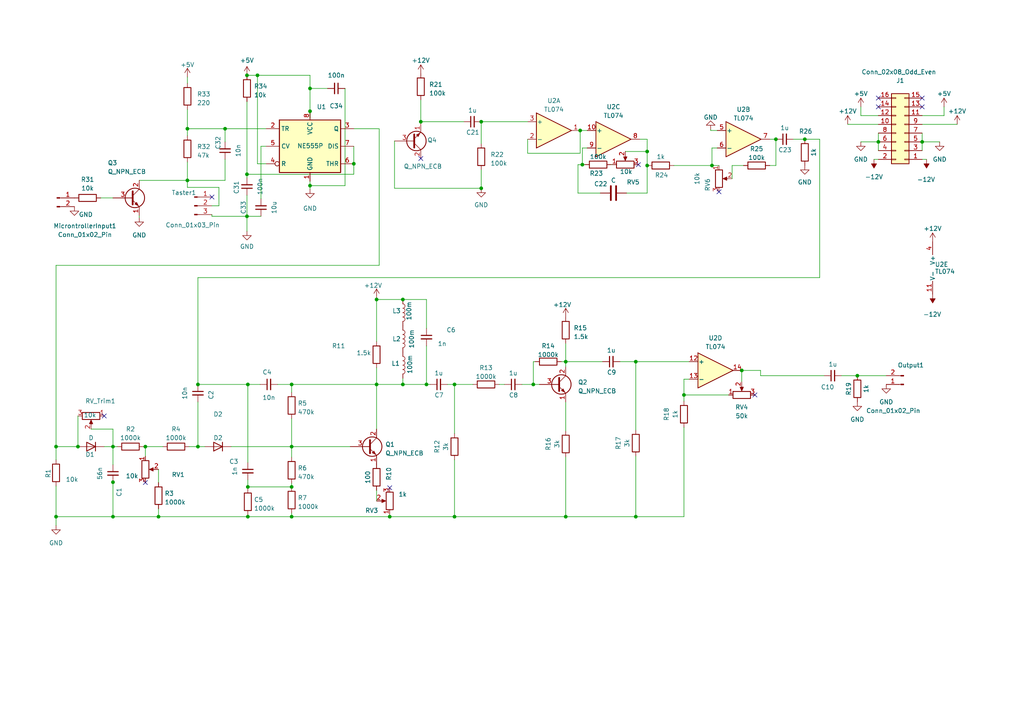
<source format=kicad_sch>
(kicad_sch (version 20230121) (generator eeschema)
  (paper "A4")
  (lib_symbols
    (symbol "Amplifier_Operational:TL074" (pin_names (offset 0.127))
      (property "Reference" "U" (at 0 5.08 0))
      (property "Value" "TL074" (at 0 -5.08 0))
      (symbol "TL074_1_1"
        (polyline (pts (xy -5.08 5.08) (xy 5.08 0) (xy -5.08 -5.08) (xy -5.08 5.08)) (stroke (width 0.254)) (fill (type background)))
        (pin output line (at 7.62 0 180) (length 2.54) (name "~") (number "1"))
        (pin input line (at -7.62 -2.54 0) (length 2.54) (name "-") (number "2"))
        (pin input line (at -7.62 2.54 0) (length 2.54) (name "+") (number "3"))
      )
      (symbol "TL074_2_1"
        (polyline (pts (xy -5.08 5.08) (xy 5.08 0) (xy -5.08 -5.08) (xy -5.08 5.08)) (stroke (width 0.254)) (fill (type background)))
        (pin input line (at -7.62 2.54 0) (length 2.54) (name "+") (number "5"))
        (pin input line (at -7.62 -2.54 0) (length 2.54) (name "-") (number "6"))
        (pin output line (at 7.62 0 180) (length 2.54) (name "~") (number "7"))
      )
      (symbol "TL074_3_1"
        (polyline (pts (xy -5.08 5.08) (xy 5.08 0) (xy -5.08 -5.08) (xy -5.08 5.08)) (stroke (width 0.254)) (fill (type background)))
        (pin input line (at -7.62 2.54 0) (length 2.54) (name "+") (number "10"))
        (pin output line (at 7.62 0 180) (length 2.54) (name "~") (number "8"))
        (pin input line (at -7.62 -2.54 0) (length 2.54) (name "-") (number "9"))
      )
      (symbol "TL074_4_1"
        (polyline (pts (xy -5.08 5.08) (xy 5.08 0) (xy -5.08 -5.08) (xy -5.08 5.08)) (stroke (width 0.254)) (fill (type background)))
        (pin input line (at -7.62 2.54 0) (length 2.54) (name "+") (number "12"))
        (pin input line (at -7.62 -2.54 0) (length 2.54) (name "-") (number "13"))
        (pin output line (at 7.62 0 180) (length 2.54) (name "~") (number "14"))
      )
      (symbol "TL074_5_1"
        (pin power_in line (at -2.54 -7.62 90) (length 3.81) (name "V-") (number "11"))
        (pin power_in line (at -2.54 7.62 270) (length 3.81) (name "V+") (number "4"))
      )
    )
    (symbol "Connector:Conn_01x02_Pin" (pin_names (offset 1.016) hide)
      (property "Reference" "J" (at 0 2.54 0))
      (property "Value" "Conn_01x02_Pin" (at 0 -5.08 0))
      (symbol "Conn_01x02_Pin_1_1"
        (polyline (pts (xy 1.27 -2.54) (xy 0.8636 -2.54)) (stroke (width 0.1524)))
        (polyline (pts (xy 1.27 0) (xy 0.8636 0)) (stroke (width 0.1524)))
        (rectangle (start 0.8636 -2.413) (end 0 -2.667) (stroke (width 0.1524)) (fill (type outline)))
        (rectangle (start 0.8636 0.127) (end 0 -0.127) (stroke (width 0.1524)) (fill (type outline)))
        (pin passive line (at 5.08 0 180) (length 3.81) (name "Pin_1") (number "1"))
        (pin passive line (at 5.08 -2.54 180) (length 3.81) (name "Pin_2") (number "2"))
      )
    )
    (symbol "Connector:Conn_01x03_Pin" (pin_names (offset 1.016) hide)
      (property "Reference" "J" (at 0 5.08 0))
      (property "Value" "Conn_01x03_Pin" (at 0 -5.08 0))
      (symbol "Conn_01x03_Pin_1_1"
        (polyline (pts (xy 1.27 -2.54) (xy 0.8636 -2.54)) (stroke (width 0.1524)))
        (polyline (pts (xy 1.27 0) (xy 0.8636 0)) (stroke (width 0.1524)))
        (polyline (pts (xy 1.27 2.54) (xy 0.8636 2.54)) (stroke (width 0.1524)))
        (rectangle (start 0.8636 -2.413) (end 0 -2.667) (stroke (width 0.1524)) (fill (type outline)))
        (rectangle (start 0.8636 0.127) (end 0 -0.127) (stroke (width 0.1524)) (fill (type outline)))
        (rectangle (start 0.8636 2.667) (end 0 2.413) (stroke (width 0.1524)) (fill (type outline)))
        (pin passive line (at 5.08 2.54 180) (length 3.81) (name "Pin_1") (number "1"))
        (pin passive line (at 5.08 0 180) (length 3.81) (name "Pin_2") (number "2"))
        (pin passive line (at 5.08 -2.54 180) (length 3.81) (name "Pin_3") (number "3"))
      )
    )
    (symbol "Connector_Generic:Conn_02x08_Odd_Even" (pin_names (offset 1.016) hide)
      (property "Reference" "J" (at 1.27 10.16 0))
      (property "Value" "Conn_02x08_Odd_Even" (at 1.27 -12.7 0))
      (symbol "Conn_02x08_Odd_Even_1_1"
        (rectangle (start -1.27 -10.033) (end 0 -10.287) (stroke (width 0.1524)))
        (rectangle (start -1.27 -7.493) (end 0 -7.747) (stroke (width 0.1524)))
        (rectangle (start -1.27 -4.953) (end 0 -5.207) (stroke (width 0.1524)))
        (rectangle (start -1.27 -2.413) (end 0 -2.667) (stroke (width 0.1524)))
        (rectangle (start -1.27 0.127) (end 0 -0.127) (stroke (width 0.1524)))
        (rectangle (start -1.27 2.667) (end 0 2.413) (stroke (width 0.1524)))
        (rectangle (start -1.27 5.207) (end 0 4.953) (stroke (width 0.1524)))
        (rectangle (start -1.27 7.747) (end 0 7.493) (stroke (width 0.1524)))
        (rectangle (start -1.27 8.89) (end 3.81 -11.43) (stroke (width 0.254)) (fill (type background)))
        (rectangle (start 3.81 -10.033) (end 2.54 -10.287) (stroke (width 0.1524)))
        (rectangle (start 3.81 -7.493) (end 2.54 -7.747) (stroke (width 0.1524)))
        (rectangle (start 3.81 -4.953) (end 2.54 -5.207) (stroke (width 0.1524)))
        (rectangle (start 3.81 -2.413) (end 2.54 -2.667) (stroke (width 0.1524)))
        (rectangle (start 3.81 0.127) (end 2.54 -0.127) (stroke (width 0.1524)))
        (rectangle (start 3.81 2.667) (end 2.54 2.413) (stroke (width 0.1524)))
        (rectangle (start 3.81 5.207) (end 2.54 4.953) (stroke (width 0.1524)))
        (rectangle (start 3.81 7.747) (end 2.54 7.493) (stroke (width 0.1524)))
        (pin passive line (at -5.08 7.62 0) (length 3.81) (name "Pin_1") (number "1"))
        (pin passive line (at 7.62 -2.54 180) (length 3.81) (name "Pin_10") (number "10"))
        (pin passive line (at -5.08 -5.08 0) (length 3.81) (name "Pin_11") (number "11"))
        (pin passive line (at 7.62 -5.08 180) (length 3.81) (name "Pin_12") (number "12"))
        (pin passive line (at -5.08 -7.62 0) (length 3.81) (name "Pin_13") (number "13"))
        (pin passive line (at 7.62 -7.62 180) (length 3.81) (name "Pin_14") (number "14"))
        (pin passive line (at -5.08 -10.16 0) (length 3.81) (name "Pin_15") (number "15"))
        (pin passive line (at 7.62 -10.16 180) (length 3.81) (name "Pin_16") (number "16"))
        (pin passive line (at 7.62 7.62 180) (length 3.81) (name "Pin_2") (number "2"))
        (pin passive line (at -5.08 5.08 0) (length 3.81) (name "Pin_3") (number "3"))
        (pin passive line (at 7.62 5.08 180) (length 3.81) (name "Pin_4") (number "4"))
        (pin passive line (at -5.08 2.54 0) (length 3.81) (name "Pin_5") (number "5"))
        (pin passive line (at 7.62 2.54 180) (length 3.81) (name "Pin_6") (number "6"))
        (pin passive line (at -5.08 0 0) (length 3.81) (name "Pin_7") (number "7"))
        (pin passive line (at 7.62 0 180) (length 3.81) (name "Pin_8") (number "8"))
        (pin passive line (at -5.08 -2.54 0) (length 3.81) (name "Pin_9") (number "9"))
      )
    )
    (symbol "Device:C" (pin_numbers hide) (pin_names (offset 0.254))
      (property "Reference" "C" (at 0.635 2.54 0))
      (property "Value" "C" (at 0.635 -2.54 0))
      (symbol "C_0_1"
        (polyline (pts (xy -2.032 -0.762) (xy 2.032 -0.762)) (stroke (width 0.508)))
        (polyline (pts (xy -2.032 0.762) (xy 2.032 0.762)) (stroke (width 0.508)))
      )
      (symbol "C_1_1"
        (pin passive line (at 0 3.81 270) (length 2.794) (name "~") (number "1"))
        (pin passive line (at 0 -3.81 90) (length 2.794) (name "~") (number "2"))
      )
    )
    (symbol "Device:C_Small" (pin_numbers hide) (pin_names (offset 0.254) hide)
      (property "Reference" "C" (at 0.254 1.778 0))
      (property "Value" "C_Small" (at 0.254 -2.032 0))
      (symbol "C_Small_0_1"
        (polyline (pts (xy -1.524 -0.508) (xy 1.524 -0.508)) (stroke (width 0.3302)))
        (polyline (pts (xy -1.524 0.508) (xy 1.524 0.508)) (stroke (width 0.3048)))
      )
      (symbol "C_Small_1_1"
        (pin passive line (at 0 2.54 270) (length 2.032) (name "~") (number "1"))
        (pin passive line (at 0 -2.54 90) (length 2.032) (name "~") (number "2"))
      )
    )
    (symbol "Device:D" (pin_numbers hide) (pin_names (offset 1.016) hide)
      (property "Reference" "D" (at 0 2.54 0))
      (property "Value" "D" (at 0 -2.54 0))
      (symbol "D_0_1"
        (polyline (pts (xy -1.27 1.27) (xy -1.27 -1.27)) (stroke (width 0.254)))
        (polyline (pts (xy 1.27 0) (xy -1.27 0)))
        (polyline (pts (xy 1.27 1.27) (xy 1.27 -1.27) (xy -1.27 0) (xy 1.27 1.27)) (stroke (width 0.254)))
      )
      (symbol "D_1_1"
        (pin passive line (at -3.81 0 0) (length 2.54) (name "K") (number "1"))
        (pin passive line (at 3.81 0 180) (length 2.54) (name "A") (number "2"))
      )
    )
    (symbol "Device:L" (pin_numbers hide) (pin_names (offset 1.016) hide)
      (property "Reference" "L" (at -1.27 0 90))
      (property "Value" "L" (at 1.905 0 90))
      (symbol "L_0_1"
        (arc (start 0 -2.54) (mid 0.6323 -1.905) (end 0 -1.27))
        (arc (start 0 -1.27) (mid 0.6323 -0.635) (end 0 0))
        (arc (start 0 0) (mid 0.6323 0.635) (end 0 1.27))
        (arc (start 0 1.27) (mid 0.6323 1.905) (end 0 2.54))
      )
      (symbol "L_1_1"
        (pin passive line (at 0 3.81 270) (length 1.27) (name "1") (number "1"))
        (pin passive line (at 0 -3.81 90) (length 1.27) (name "2") (number "2"))
      )
    )
    (symbol "Device:Q_NPN_ECB" (pin_names (offset 0) hide)
      (property "Reference" "Q" (at 5.08 1.27 0))
      (property "Value" "Q_NPN_ECB" (at 5.08 -1.27 0))
      (symbol "Q_NPN_ECB_0_1"
        (polyline (pts (xy 0.635 0.635) (xy 2.54 2.54)))
        (polyline (pts (xy 0.635 -0.635) (xy 2.54 -2.54) (xy 2.54 -2.54)))
        (polyline (pts (xy 0.635 1.905) (xy 0.635 -1.905) (xy 0.635 -1.905)) (stroke (width 0.508)))
        (polyline (pts (xy 1.27 -1.778) (xy 1.778 -1.27) (xy 2.286 -2.286) (xy 1.27 -1.778) (xy 1.27 -1.778)) (fill (type outline)))
        (circle (center 1.27 0) (radius 2.8194) (stroke (width 0.254)))
      )
      (symbol "Q_NPN_ECB_1_1"
        (pin passive line (at 2.54 -5.08 90) (length 2.54) (name "E") (number "1"))
        (pin passive line (at 2.54 5.08 270) (length 2.54) (name "C") (number "2"))
        (pin passive line (at -5.08 0 0) (length 5.715) (name "B") (number "3"))
      )
    )
    (symbol "Device:R" (pin_numbers hide) (pin_names (offset 0))
      (property "Reference" "R" (at 2.032 0 90))
      (property "Value" "R" (at 0 0 90))
      (symbol "R_0_1"
        (rectangle (start -1.016 -2.54) (end 1.016 2.54) (stroke (width 0.254)))
      )
      (symbol "R_1_1"
        (pin passive line (at 0 3.81 270) (length 1.27) (name "~") (number "1"))
        (pin passive line (at 0 -3.81 90) (length 1.27) (name "~") (number "2"))
      )
    )
    (symbol "Device:R_Potentiometer" (pin_names (offset 1.016) hide)
      (property "Reference" "RV" (at -4.445 0 90))
      (property "Value" "R_Potentiometer" (at -2.54 0 90))
      (symbol "R_Potentiometer_0_1"
        (polyline (pts (xy 2.54 0) (xy 1.524 0)))
        (polyline (pts (xy 1.143 0) (xy 2.286 0.508) (xy 2.286 -0.508) (xy 1.143 0)) (fill (type outline)))
        (rectangle (start 1.016 2.54) (end -1.016 -2.54) (stroke (width 0.254)))
      )
      (symbol "R_Potentiometer_1_1"
        (pin passive line (at 0 3.81 270) (length 1.27) (name "1") (number "1"))
        (pin passive line (at 3.81 0 180) (length 1.27) (name "2") (number "2"))
        (pin passive line (at 0 -3.81 90) (length 1.27) (name "3") (number "3"))
      )
    )
    (symbol "Timer:NE555P"
      (property "Reference" "U" (at -10.16 8.89 0))
      (property "Value" "NE555P" (at 2.54 8.89 0))
      (symbol "NE555P_0_0"
        (pin power_in line (at 0 -10.16 90) (length 2.54) (name "GND") (number "1"))
        (pin power_in line (at 0 10.16 270) (length 2.54) (name "VCC") (number "8"))
      )
      (symbol "NE555P_0_1"
        (rectangle (start -8.89 -7.62) (end 8.89 7.62) (stroke (width 0.254)) (fill (type background)))
        (rectangle (start -8.89 -7.62) (end 8.89 7.62) (stroke (width 0.254)) (fill (type background)))
      )
      (symbol "NE555P_1_1"
        (pin input line (at -12.7 5.08 0) (length 3.81) (name "TR") (number "2"))
        (pin output line (at 12.7 5.08 180) (length 3.81) (name "Q") (number "3"))
        (pin input inverted (at -12.7 -5.08 0) (length 3.81) (name "R") (number "4"))
        (pin input line (at -12.7 0 0) (length 3.81) (name "CV") (number "5"))
        (pin input line (at 12.7 -5.08 180) (length 3.81) (name "THR") (number "6"))
        (pin input line (at 12.7 0 180) (length 3.81) (name "DIS") (number "7"))
      )
    )
    (symbol "power:+12V" (power) (pin_names (offset 0))
      (property "Value" "+12V" (at 0 3.556 0))
      (symbol "+12V_0_1"
        (polyline (pts (xy -0.762 1.27) (xy 0 2.54)))
        (polyline (pts (xy 0 0) (xy 0 2.54)))
        (polyline (pts (xy 0 2.54) (xy 0.762 1.27)))
      )
      (symbol "+12V_1_1"
        (pin power_in line (at 0 0 90) (length 0) hide (name "+12V") (number "1"))
      )
    )
    (symbol "power:+5V" (power) (pin_names (offset 0))
      (property "Value" "+5V" (at 0 3.556 0))
      (symbol "+5V_0_1"
        (polyline (pts (xy -0.762 1.27) (xy 0 2.54)))
        (polyline (pts (xy 0 0) (xy 0 2.54)))
        (polyline (pts (xy 0 2.54) (xy 0.762 1.27)))
      )
      (symbol "+5V_1_1"
        (pin power_in line (at 0 0 90) (length 0) hide (name "+5V") (number "1"))
      )
    )
    (symbol "power:-12V" (power) (pin_names (offset 0))
      (property "Value" "-12V" (at 0 3.81 0))
      (symbol "-12V_0_0"
        (pin power_in line (at 0 0 90) (length 0) hide (name "-12V") (number "1"))
      )
      (symbol "-12V_0_1"
        (polyline (pts (xy 0 0) (xy 0 1.27) (xy 0.762 1.27) (xy 0 2.54) (xy -0.762 1.27) (xy 0 1.27)) (fill (type outline)))
      )
    )
    (symbol "power:GND" (power) (pin_names (offset 0))
      (property "Value" "GND" (at 0 -3.81 0))
      (symbol "GND_0_1"
        (polyline (pts (xy 0 0) (xy 0 -1.27) (xy 1.27 -1.27) (xy 0 -2.54) (xy -1.27 -1.27) (xy 0 -1.27)))
      )
      (symbol "GND_1_1"
        (pin power_in line (at 0 0 270) (length 0) hide (name "GND") (number "1"))
      )
    )
  )
  (junction (at 71.882 111.506))
  (junction (at 109.22 111.506))
  (junction (at 187.706 43.942))
  (junction (at 16.256 149.86))
  (junction (at 116.84 86.868))
  (junction (at 54.356 37.338))
  (junction (at 32.766 129.54))
  (junction (at 267.462 41.148))
  (junction (at 187.706 48.006))
  (junction (at 184.404 104.902))
  (junction (at 57.404 129.54))
  (junction (at 57.404 111.506))
  (junction (at 74.676 21.844))
  (junction (at 123.698 111.506))
  (junction (at 215.138 107.442))
  (junction (at 71.882 149.86))
  (junction (at 54.356 52.324))
  (junction (at 71.882 141.224))
  (junction (at 71.628 21.844))
  (junction (at 154.686 111.506))
  (junction (at 65.278 37.338))
  (junction (at 109.22 86.868))
  (junction (at 71.628 50.546))
  (junction (at 248.666 108.966))
  (junction (at 32.766 139.8524))
  (junction (at 206.502 48.006))
  (junction (at 254.762 41.148))
  (junction (at 122.047 35.306))
  (junction (at 198.374 114.554))
  (junction (at 184.404 149.86))
  (junction (at 84.582 149.86))
  (junction (at 116.84 111.506))
  (junction (at 89.916 25.654))
  (junction (at 84.582 111.506))
  (junction (at 225.044 40.386))
  (junction (at 22.606 129.54))
  (junction (at 168.275 37.846))
  (junction (at 84.582 129.54))
  (junction (at 131.826 149.86))
  (junction (at 16.256 129.54))
  (junction (at 45.974 149.86))
  (junction (at 164.084 104.902))
  (junction (at 113.03 149.86))
  (junction (at 42.164 129.54))
  (junction (at 139.573 35.306))
  (junction (at 102.616 47.498))
  (junction (at 89.916 32.258))
  (junction (at 139.573 54.61))
  (junction (at 89.916 53.848))
  (junction (at 168.91 47.752))
  (junction (at 233.426 40.386))
  (junction (at 131.826 111.506))
  (junction (at 164.084 149.86))
  (junction (at 71.628 62.738))
  (junction (at 32.766 149.86))
  (junction (at 84.582 141.224))
  (no_connect (at 113.03 141.478))
  (no_connect (at 254.762 28.448))
  (no_connect (at 267.462 28.448))
  (no_connect (at 267.462 30.988))
  (no_connect (at 208.534 55.626))
  (no_connect (at 122.047 45.974))
  (no_connect (at 218.948 114.554))
  (no_connect (at 30.226 120.65))
  (no_connect (at 42.164 139.954))
  (no_connect (at 185.166 47.752))
  (no_connect (at 61.468 57.15))
  (no_connect (at 254.762 30.988))
  (wire (pts (xy 184.404 132.334) (xy 184.404 149.86)))
  (wire (pts (xy 184.404 104.902) (xy 179.832 104.902)))
  (wire (pts (xy 54.356 37.338) (xy 54.356 39.37)))
  (wire (pts (xy 168.91 47.752) (xy 169.672 47.752)))
  (wire (pts (xy 40.386 52.324) (xy 54.356 52.324)))
  (wire (pts (xy 32.766 124.46) (xy 32.766 129.54)))
  (wire (pts (xy 109.22 86.36) (xy 109.22 86.868)))
  (wire (pts (xy 114.427 54.61) (xy 139.573 54.61)))
  (wire (pts (xy 168.91 42.926) (xy 168.91 47.752)))
  (wire (pts (xy 116.84 86.868) (xy 109.22 86.868)))
  (wire (pts (xy 109.22 106.68) (xy 109.22 111.506)))
  (wire (pts (xy 168.275 44.45) (xy 168.275 37.846)))
  (wire (pts (xy 164.084 99.568) (xy 164.084 104.902)))
  (wire (pts (xy 198.374 114.554) (xy 211.328 114.554)))
  (wire (pts (xy 109.982 76.962) (xy 16.256 76.962)))
  (wire (pts (xy 198.374 109.982) (xy 199.898 109.982)))
  (wire (pts (xy 32.766 139.7) (xy 32.766 139.8524)))
  (wire (pts (xy 198.374 109.982) (xy 198.374 114.554)))
  (wire (pts (xy 254.762 41.148) (xy 254.762 43.688)))
  (wire (pts (xy 84.582 129.54) (xy 101.6 129.54)))
  (wire (pts (xy 45.974 147.574) (xy 45.974 149.86)))
  (wire (pts (xy 89.916 21.844) (xy 74.676 21.844)))
  (wire (pts (xy 102.616 42.418) (xy 102.616 47.498)))
  (wire (pts (xy 233.426 40.386) (xy 237.744 40.386)))
  (wire (pts (xy 134.493 35.306) (xy 122.047 35.306)))
  (wire (pts (xy 71.628 62.738) (xy 71.628 67.056)))
  (wire (pts (xy 131.826 133.35) (xy 131.826 149.86)))
  (wire (pts (xy 16.256 149.86) (xy 32.766 149.86)))
  (wire (pts (xy 75.692 57.658) (xy 75.692 42.418)))
  (wire (pts (xy 100.076 53.848) (xy 89.916 53.848)))
  (wire (pts (xy 71.628 62.738) (xy 75.692 62.738)))
  (wire (pts (xy 40.386 62.484) (xy 40.386 63.119)))
  (wire (pts (xy 89.916 53.848) (xy 89.916 54.864)))
  (wire (pts (xy 61.468 62.23) (xy 61.468 62.738)))
  (wire (pts (xy 249.682 33.528) (xy 254.762 33.528)))
  (wire (pts (xy 102.616 50.546) (xy 102.616 47.498)))
  (wire (pts (xy 32.766 129.54) (xy 32.766 134.7724)))
  (wire (pts (xy 80.518 111.506) (xy 84.582 111.506)))
  (wire (pts (xy 174.117 56.007) (xy 167.64 56.007)))
  (wire (pts (xy 168.275 37.846) (xy 170.307 37.846)))
  (wire (pts (xy 253.492 46.228) (xy 254.762 46.228)))
  (wire (pts (xy 153.035 44.45) (xy 168.275 44.45)))
  (wire (pts (xy 206.502 42.926) (xy 206.502 48.006)))
  (wire (pts (xy 75.692 42.418) (xy 77.216 42.418)))
  (wire (pts (xy 245.872 36.068) (xy 254.762 36.068)))
  (wire (pts (xy 57.404 80.518) (xy 237.744 80.518)))
  (wire (pts (xy 109.22 111.506) (xy 109.22 124.46)))
  (wire (pts (xy 187.706 40.386) (xy 187.706 43.942)))
  (wire (pts (xy 54.356 46.99) (xy 54.356 52.324)))
  (wire (pts (xy 220.599 107.442) (xy 220.599 108.966)))
  (wire (pts (xy 137.16 111.506) (xy 131.826 111.506)))
  (wire (pts (xy 187.706 56.007) (xy 181.737 56.007)))
  (wire (pts (xy 181.356 43.942) (xy 187.706 43.942)))
  (wire (pts (xy 212.344 48.006) (xy 212.344 51.816)))
  (wire (pts (xy 144.78 111.506) (xy 146.304 111.506)))
  (wire (pts (xy 184.404 124.714) (xy 184.404 104.902)))
  (wire (pts (xy 71.628 50.546) (xy 71.628 51.562)))
  (wire (pts (xy 89.916 32.258) (xy 89.916 34.29)))
  (wire (pts (xy 71.882 111.506) (xy 71.882 134.112)))
  (wire (pts (xy 84.582 111.506) (xy 109.22 111.506)))
  (wire (pts (xy 71.882 149.352) (xy 71.882 149.86)))
  (wire (pts (xy 63.5 54.356) (xy 63.5 59.69)))
  (wire (pts (xy 16.256 149.86) (xy 16.256 152.4)))
  (wire (pts (xy 32.766 139.8524) (xy 32.766 149.86)))
  (wire (pts (xy 116.84 109.728) (xy 116.84 111.506)))
  (wire (pts (xy 84.582 111.506) (xy 84.582 113.792)))
  (wire (pts (xy 54.356 22.352) (xy 54.356 24.13)))
  (wire (pts (xy 139.573 35.306) (xy 153.035 35.306)))
  (wire (pts (xy 177.292 47.752) (xy 177.546 47.752)))
  (wire (pts (xy 187.706 43.942) (xy 187.706 48.006)))
  (wire (pts (xy 153.035 40.386) (xy 153.035 44.45)))
  (wire (pts (xy 57.404 80.518) (xy 57.404 111.506)))
  (wire (pts (xy 223.266 48.006) (xy 225.044 48.006)))
  (wire (pts (xy 225.044 40.386) (xy 225.044 48.006)))
  (wire (pts (xy 71.882 111.506) (xy 75.438 111.506)))
  (wire (pts (xy 84.582 129.54) (xy 84.582 132.588)))
  (wire (pts (xy 22.606 120.65) (xy 22.606 129.54)))
  (wire (pts (xy 71.882 149.86) (xy 84.582 149.86)))
  (wire (pts (xy 164.084 104.902) (xy 174.752 104.902)))
  (wire (pts (xy 74.676 21.844) (xy 71.628 21.844)))
  (wire (pts (xy 41.656 129.54) (xy 42.164 129.54)))
  (wire (pts (xy 45.974 136.144) (xy 45.974 139.954)))
  (wire (pts (xy 215.138 107.442) (xy 220.599 107.442)))
  (wire (pts (xy 151.384 111.506) (xy 154.686 111.506)))
  (wire (pts (xy 267.462 36.068) (xy 277.622 36.068)))
  (wire (pts (xy 187.706 48.006) (xy 187.833 48.006)))
  (wire (pts (xy 71.882 141.224) (xy 84.582 141.224)))
  (wire (pts (xy 109.22 111.506) (xy 116.84 111.506)))
  (wire (pts (xy 114.427 40.894) (xy 114.427 54.61)))
  (wire (pts (xy 65.278 41.148) (xy 65.278 37.338)))
  (wire (pts (xy 198.374 114.554) (xy 198.374 116.332)))
  (wire (pts (xy 215.138 107.442) (xy 215.138 110.744)))
  (wire (pts (xy 123.698 100.33) (xy 123.698 111.506)))
  (wire (pts (xy 77.216 47.498) (xy 74.676 47.498)))
  (wire (pts (xy 254.762 38.608) (xy 254.762 41.148)))
  (wire (pts (xy 167.64 56.007) (xy 167.64 47.752)))
  (wire (pts (xy 129.794 111.506) (xy 131.826 111.506)))
  (wire (pts (xy 84.582 140.208) (xy 84.582 141.224)))
  (wire (pts (xy 16.256 129.54) (xy 22.606 129.54)))
  (wire (pts (xy 67.056 129.54) (xy 84.582 129.54)))
  (wire (pts (xy 63.5 59.69) (xy 61.468 59.69)))
  (wire (pts (xy 84.582 149.86) (xy 113.03 149.86)))
  (wire (pts (xy 206.502 42.926) (xy 208.026 42.926)))
  (wire (pts (xy 65.278 37.338) (xy 77.216 37.338)))
  (wire (pts (xy 215.646 48.006) (xy 212.344 48.006)))
  (wire (pts (xy 167.64 47.752) (xy 168.91 47.752)))
  (wire (pts (xy 57.404 129.54) (xy 59.436 129.54)))
  (wire (pts (xy 184.404 149.86) (xy 164.084 149.86)))
  (wire (pts (xy 249.682 41.148) (xy 254.762 41.148)))
  (wire (pts (xy 162.814 104.902) (xy 164.084 104.902)))
  (wire (pts (xy 168.91 42.926) (xy 170.307 42.926)))
  (wire (pts (xy 71.882 139.192) (xy 71.882 141.224)))
  (wire (pts (xy 139.573 35.306) (xy 139.573 41.656)))
  (wire (pts (xy 164.084 132.588) (xy 164.084 149.86)))
  (wire (pts (xy 109.982 37.338) (xy 109.982 76.962)))
  (wire (pts (xy 230.124 40.386) (xy 233.426 40.386)))
  (wire (pts (xy 89.916 52.578) (xy 89.916 53.848)))
  (wire (pts (xy 89.916 21.844) (xy 89.916 25.654)))
  (wire (pts (xy 198.374 149.86) (xy 184.404 149.86)))
  (wire (pts (xy 113.03 149.098) (xy 113.03 149.86)))
  (wire (pts (xy 65.278 46.228) (xy 65.278 52.324)))
  (wire (pts (xy 57.404 111.506) (xy 71.882 111.506)))
  (wire (pts (xy 267.462 41.148) (xy 272.542 41.148)))
  (wire (pts (xy 54.356 52.324) (xy 54.356 54.356)))
  (wire (pts (xy 54.356 54.356) (xy 63.5 54.356)))
  (wire (pts (xy 206.121 37.846) (xy 206.121 37.592)))
  (wire (pts (xy 122.047 28.956) (xy 122.047 35.306)))
  (wire (pts (xy 94.996 25.654) (xy 89.916 25.654)))
  (wire (pts (xy 122.047 35.306) (xy 122.047 35.814)))
  (wire (pts (xy 208.026 37.846) (xy 206.121 37.846)))
  (wire (pts (xy 109.22 86.868) (xy 109.22 99.06)))
  (wire (pts (xy 61.468 62.738) (xy 71.628 62.738)))
  (wire (pts (xy 109.22 142.24) (xy 109.22 145.288)))
  (wire (pts (xy 84.582 148.844) (xy 84.582 149.86)))
  (wire (pts (xy 187.706 48.006) (xy 187.706 56.007)))
  (wire (pts (xy 154.686 104.902) (xy 154.686 111.506)))
  (wire (pts (xy 123.698 111.506) (xy 124.714 111.506)))
  (wire (pts (xy 71.882 141.732) (xy 71.882 141.224)))
  (wire (pts (xy 164.084 116.586) (xy 164.084 124.968)))
  (wire (pts (xy 32.766 149.86) (xy 45.974 149.86)))
  (wire (pts (xy 273.812 33.528) (xy 273.812 30.988)))
  (wire (pts (xy 267.462 38.608) (xy 267.462 41.148)))
  (wire (pts (xy 123.698 111.506) (xy 116.84 111.506)))
  (wire (pts (xy 185.547 40.386) (xy 187.706 40.386)))
  (wire (pts (xy 267.462 41.148) (xy 267.462 43.688)))
  (wire (pts (xy 267.462 33.528) (xy 273.812 33.528)))
  (wire (pts (xy 237.744 80.518) (xy 237.744 40.386)))
  (wire (pts (xy 54.864 129.54) (xy 57.404 129.54)))
  (wire (pts (xy 16.256 129.54) (xy 16.256 133.35)))
  (wire (pts (xy 74.676 21.844) (xy 74.676 47.498)))
  (wire (pts (xy 100.076 25.654) (xy 100.076 53.848)))
  (wire (pts (xy 223.266 40.386) (xy 225.044 40.386)))
  (wire (pts (xy 89.916 25.654) (xy 89.916 32.258)))
  (wire (pts (xy 42.164 129.54) (xy 42.164 132.334)))
  (wire (pts (xy 248.666 108.966) (xy 257.048 108.966)))
  (wire (pts (xy 71.628 50.546) (xy 102.616 50.546)))
  (wire (pts (xy 57.404 116.586) (xy 57.404 129.54)))
  (wire (pts (xy 244.094 108.966) (xy 248.666 108.966)))
  (wire (pts (xy 42.164 129.54) (xy 47.244 129.54)))
  (wire (pts (xy 54.356 52.324) (xy 65.278 52.324)))
  (wire (pts (xy 71.628 29.464) (xy 71.628 50.546)))
  (wire (pts (xy 154.686 111.506) (xy 156.464 111.506)))
  (wire (pts (xy 198.374 123.952) (xy 198.374 149.86)))
  (wire (pts (xy 267.462 46.228) (xy 268.732 46.228)))
  (wire (pts (xy 102.616 37.338) (xy 109.982 37.338)))
  (wire (pts (xy 16.256 140.97) (xy 16.256 149.86)))
  (wire (pts (xy 164.084 149.86) (xy 131.826 149.86)))
  (wire (pts (xy 249.682 30.988) (xy 249.682 33.528)))
  (wire (pts (xy 206.502 48.006) (xy 208.534 48.006)))
  (wire (pts (xy 16.256 76.962) (xy 16.256 129.54)))
  (wire (pts (xy 30.226 129.54) (xy 32.766 129.54)))
  (wire (pts (xy 29.21 57.404) (xy 32.766 57.404)))
  (wire (pts (xy 54.356 31.75) (xy 54.356 37.338)))
  (wire (pts (xy 139.573 49.276) (xy 139.573 54.61)))
  (wire (pts (xy 220.599 108.966) (xy 239.014 108.966)))
  (wire (pts (xy 45.974 149.86) (xy 71.882 149.86)))
  (wire (pts (xy 26.416 124.46) (xy 32.766 124.46)))
  (wire (pts (xy 184.404 104.902) (xy 199.898 104.902)))
  (wire (pts (xy 71.628 56.642) (xy 71.628 62.738)))
  (wire (pts (xy 131.826 111.506) (xy 131.826 125.73)))
  (wire (pts (xy 164.084 104.902) (xy 164.084 106.426)))
  (wire (pts (xy 65.278 37.338) (xy 54.356 37.338)))
  (wire (pts (xy 155.194 104.902) (xy 154.686 104.902)))
  (wire (pts (xy 123.698 86.868) (xy 116.84 86.868)))
  (wire (pts (xy 84.582 121.412) (xy 84.582 129.54)))
  (wire (pts (xy 123.698 95.25) (xy 123.698 86.868)))
  (wire (pts (xy 32.766 129.54) (xy 34.036 129.54)))
  (wire (pts (xy 113.03 149.86) (xy 131.826 149.86)))
  (wire (pts (xy 195.453 48.006) (xy 206.502 48.006)))
  (symbol (lib_id "Device:R_Potentiometer") (at 215.138 114.554 90) (unit 1)
    (property "Reference" "RV4" (at 215.138 118.11 90))
    (property "Value" "50k" (at 215.138 120.65 90))
    (property "Footprint" "Connector_JST:JST_EH_S2B-EH_1x02_P2.50mm_Horizontal" (effects hide))
  )
  (symbol (lib_id "Device:L") (at 116.84 105.918 0) (unit 1)
    (property "Reference" "L1" (at 113.538 105.41 0) (effects (justify left)))
    (property "Value" "100m" (at 118.872 108.458 90) (effects (justify left)))
    (property "Footprint" "Inductor_THT:L_Radial_D12.0mm_P6.00mm_Murata_1900R" (effects hide))
  )
  (symbol (lib_id "Device:R") (at 122.047 25.146 0) (unit 1)
    (property "Reference" "R21" (at 124.46 24.511 0) (effects (justify left)))
    (property "Value" "100k" (at 124.46 27.051 0) (effects (justify left)))
    (property "Footprint" "Resistor_SMD:R_1206_3216Metric_Pad1.30x1.75mm_HandSolder" (effects hide))
  )
  (symbol (lib_id "power:+5V") (at 54.356 22.352 0) (unit 1)
    (property "Reference" "#PWR015" (effects hide))
    (property "Value" "+5V" (at 54.356 18.796 0))
  )
  (symbol (lib_id "Connector_Generic:Conn_02x08_Odd_Even") (at 262.382 38.608 180) (unit 1)
    (property "Reference" "J1" (at 261.112 23.368 0))
    (property "Value" "Conn_02x08_Odd_Even" (at 260.7056 20.8788 0))
    (property "Footprint" "Connector_IDC:IDC-Header_2x08_P2.54mm_Vertical_SMD" (effects hide))
  )
  (symbol (lib_id "power:+5V") (at 71.628 21.844 0) (unit 1)
    (property "Reference" "#PWR013" (effects hide))
    (property "Value" "+5V" (at 71.628 17.526 0))
  )
  (symbol (lib_id "Amplifier_Operational:TL074") (at 273.05 77.724 0) (unit 5)
    (property "Reference" "U2" (at 271.145 76.7 0) (effects (justify left)))
    (property "Value" "TL074" (at 271.145 78.748 0) (effects (justify left)))
    (property "Footprint" "Package_DIP:DIP-14_W7.62mm" (effects hide))
    (property "Datasheet" "http://www.ti.com/lit/ds/symlink/tl071.pdf" (effects hide))
  )
  (symbol (lib_id "Device:R") (at 184.404 128.524 180) (unit 1)
    (property "Reference" "R17" (at 179.324 128.524 90))
    (property "Value" "3k" (at 181.864 128.524 90))
    (property "Footprint" "Resistor_SMD:R_1206_3216Metric_Pad1.30x1.75mm_HandSolder" (effects hide))
  )
  (symbol (lib_id "Device:R_Potentiometer") (at 208.534 51.816 0) (unit 1)
    (property "Reference" "RV6" (at 205.232 53.594 90))
    (property "Value" "10k" (at 202.184 51.816 90))
    (property "Footprint" "Connector_JST:JST_EH_S2B-EH_1x02_P2.50mm_Horizontal" (effects hide))
  )
  (symbol (lib_id "Device:C_Small") (at 241.554 108.966 90) (unit 1)
    (property "Reference" "C10" (at 240.03 112.268 90))
    (property "Value" "1u" (at 241.5603 105.664 90))
    (property "Footprint" "Capacitor_SMD:C_1206_3216Metric_Pad1.33x1.80mm_HandSolder" (effects hide))
  )
  (symbol (lib_id "Device:R") (at 51.054 129.54 90) (unit 1)
    (property "Reference" "R4" (at 51.054 124.46 90))
    (property "Value" "1000k" (at 51.054 127 90))
    (property "Footprint" "Resistor_SMD:R_1206_3216Metric_Pad1.30x1.75mm_HandSolder" (effects hide))
  )
  (symbol (lib_id "power:GND") (at 139.573 54.61 0) (unit 1)
    (property "Reference" "#PWR022" (effects hide))
    (property "Value" "GND" (at 139.573 59.436 0))
  )
  (symbol (lib_id "Device:Q_NPN_ECB") (at 37.846 57.404 0) (unit 1)
    (property "Reference" "Q3" (at 31.242 47.244 0) (effects (justify left)))
    (property "Value" "Q_NPN_ECB" (at 31.242 49.784 0) (effects (justify left)))
    (property "Footprint" "Package_TO_SOT_SMD:SOT-23-3" (effects hide))
  )
  (symbol (lib_id "Device:Q_NPN_ECB") (at 119.507 40.894 0) (mirror x) (unit 1)
    (property "Reference" "Q4" (at 123.952 40.64 0) (effects (justify left)))
    (property "Value" "Q_NPN_ECB" (at 117.094 48.26 0) (effects (justify left)))
    (property "Footprint" "Package_TO_SOT_SMD:SOT-23-3" (effects hide))
  )
  (symbol (lib_id "power:GND") (at 272.542 41.148 0) (unit 1)
    (property "Reference" "#PWR04" (effects hide))
    (property "Value" "GND" (at 272.542 46.228 0))
  )
  (symbol (lib_id "Device:R") (at 71.882 145.542 0) (unit 1)
    (property "Reference" "C5" (at 73.66 144.907 0) (effects (justify left)))
    (property "Value" "1000k" (at 73.66 147.447 0) (effects (justify left)))
    (property "Footprint" "Resistor_SMD:R_1206_3216Metric_Pad1.30x1.75mm_HandSolder" (effects hide))
  )
  (symbol (lib_id "Device:R_Potentiometer") (at 26.416 120.65 270) (unit 1)
    (property "Reference" "RV_Trim1" (at 33.528 116.332 90) (effects (justify right)))
    (property "Value" "10k" (at 27.94 120.396 90) (effects (justify right)))
    (property "Footprint" "Connector_JST:JST_EH_S3B-EH_1x03_P2.50mm_Horizontal" (effects hide))
  )
  (symbol (lib_id "Device:R") (at 191.643 48.006 90) (unit 1)
    (property "Reference" "R24" (at 191.897 50.8 90))
    (property "Value" "1k" (at 191.643 45.466 90))
    (property "Footprint" "Resistor_SMD:R_1206_3216Metric_Pad1.30x1.75mm_HandSolder" (effects hide))
  )
  (symbol (lib_id "Device:C_Small") (at 227.584 40.386 90) (unit 1)
    (property "Reference" "C23" (at 227.6856 43.4848 90))
    (property "Value" "1u" (at 227.5903 37.084 90))
    (property "Footprint" "Capacitor_SMD:C_1206_3216Metric_Pad1.33x1.80mm_HandSolder" (effects hide))
  )
  (symbol (lib_id "Device:C_Small") (at 123.698 97.79 0) (unit 1)
    (property "Reference" "C6" (at 129.4892 95.7072 0) (effects (justify left)))
    (property "Value" "1n" (at 126.9492 99.7013 0) (effects (justify left)))
    (property "Footprint" "Capacitor_SMD:C_1206_3216Metric_Pad1.33x1.80mm_HandSolder" (effects hide))
  )
  (symbol (lib_id "power:-12V") (at 253.492 46.228 180) (unit 1)
    (property "Reference" "#PWR01" (effects hide))
    (property "Value" "-12V" (at 253.492 51.308 0))
  )
  (symbol (lib_id "power:GND") (at 21.59 59.944 0) (unit 1)
    (property "Reference" "#PWR020" (effects hide))
    (property "Value" "GND" (at 24.892 62.23 0))
  )
  (symbol (lib_id "Device:R") (at 25.4 57.404 90) (unit 1)
    (property "Reference" "R31" (at 25.4 52.07 90))
    (property "Value" "10k" (at 25.4 54.61 90))
    (property "Footprint" "Resistor_SMD:R_1206_3216Metric_Pad1.30x1.75mm_HandSolder" (effects hide))
  )
  (symbol (lib_id "Device:C_Small") (at 65.278 43.688 180) (unit 1)
    (property "Reference" "C32" (at 63.246 41.402 90))
    (property "Value" "10n" (at 69.088 43.688 90))
    (property "Footprint" "Capacitor_SMD:C_1206_3216Metric_Pad1.33x1.80mm_HandSolder" (effects hide))
  )
  (symbol (lib_id "Device:R") (at 84.582 145.034 0) (unit 1)
    (property "Reference" "R7" (at 86.36 144.399 0) (effects (justify left)))
    (property "Value" "1000k" (at 86.36 146.939 0) (effects (justify left)))
    (property "Footprint" "Resistor_SMD:R_1206_3216Metric_Pad1.30x1.75mm_HandSolder" (effects hide))
  )
  (symbol (lib_id "Device:R") (at 131.826 129.54 180) (unit 1)
    (property "Reference" "R12" (at 126.746 129.54 90))
    (property "Value" "3k" (at 129.286 129.54 90))
    (property "Footprint" "Resistor_SMD:R_1206_3216Metric_Pad1.30x1.75mm_HandSolder" (effects hide))
  )
  (symbol (lib_id "Device:R") (at 159.004 104.902 270) (unit 1)
    (property "Reference" "R14" (at 159.004 100.33 90))
    (property "Value" "1000k" (at 159.004 102.87 90))
    (property "Footprint" "Resistor_SMD:R_1206_3216Metric_Pad1.30x1.75mm_HandSolder" (effects hide))
  )
  (symbol (lib_id "power:+12V") (at 245.872 36.068 0) (unit 1)
    (property "Reference" "#PWR06" (effects hide))
    (property "Value" "+12V" (at 245.872 32.258 0))
  )
  (symbol (lib_id "Device:R") (at 71.628 25.654 0) (unit 1)
    (property "Reference" "R34" (at 73.66 25.019 0) (effects (justify left)))
    (property "Value" "10k" (at 73.66 27.559 0) (effects (justify left)))
    (property "Footprint" "Resistor_SMD:R_1206_3216Metric_Pad1.30x1.75mm_HandSolder" (effects hide))
  )
  (symbol (lib_id "power:+12V") (at 277.622 36.068 0) (unit 1)
    (property "Reference" "#PWR07" (effects hide))
    (property "Value" "+12V" (at 277.622 32.258 0))
  )
  (symbol (lib_id "power:GND") (at 257.048 111.506 0) (unit 1)
    (property "Reference" "#PWR017" (effects hide))
    (property "Value" "GND" (at 257.048 116.586 0))
  )
  (symbol (lib_id "Connector:Conn_01x03_Pin") (at 56.388 59.69 0) (unit 1)
    (property "Reference" "Taster1" (at 53.34 55.88 0))
    (property "Value" "Conn_01x03_Pin" (at 55.88 65.278 0))
    (property "Footprint" "Connector_JST:JST_EH_S2B-EH_1x02_P2.50mm_Horizontal" (effects hide))
  )
  (symbol (lib_id "Device:R") (at 109.22 102.87 0) (unit 1)
    (property "Reference" "R11" (at 96.266 100.33 0) (effects (justify left)))
    (property "Value" "1.5k" (at 103.378 102.362 0) (effects (justify left)))
    (property "Footprint" "Resistor_SMD:R_1206_3216Metric_Pad1.30x1.75mm_HandSolder" (effects hide))
  )
  (symbol (lib_id "power:GND") (at 206.121 37.592 0) (mirror x) (unit 1)
    (property "Reference" "#PWR019" (effects hide))
    (property "Value" "GND" (at 206.121 34.036 0))
  )
  (symbol (lib_id "power:+5V") (at 249.682 30.988 0) (unit 1)
    (property "Reference" "#PWR09" (effects hide))
    (property "Value" "+5V" (at 249.682 27.178 0))
  )
  (symbol (lib_id "Connector:Conn_01x02_Pin") (at 16.51 57.404 0) (unit 1)
    (property "Reference" "MicrontrollerInput1" (at 24.638 65.532 0))
    (property "Value" "Conn_01x02_Pin" (at 24.638 68.072 0))
    (property "Footprint" "Connector_JST:JST_EH_S2B-EH_1x02_P2.50mm_Horizontal" (effects hide))
  )
  (symbol (lib_id "Device:R") (at 84.582 117.602 0) (unit 1)
    (property "Reference" "R5" (at 86.36 116.967 0) (effects (justify left)))
    (property "Value" "470k" (at 86.36 119.507 0) (effects (justify left)))
    (property "Footprint" "Resistor_SMD:R_1206_3216Metric_Pad1.30x1.75mm_HandSolder" (effects hide))
  )
  (symbol (lib_id "Device:C") (at 177.927 56.007 90) (unit 1)
    (property "Reference" "C22" (at 174.244 53.34 90))
    (property "Value" "C" (at 177.927 52.316 90))
    (property "Footprint" "Capacitor_SMD:C_1206_3216Metric_Pad1.33x1.80mm_HandSolder" (effects hide))
  )
  (symbol (lib_id "Device:R") (at 164.084 128.778 180) (unit 1)
    (property "Reference" "R16" (at 159.004 128.778 90))
    (property "Value" "3k" (at 161.544 128.778 90))
    (property "Footprint" "Resistor_SMD:R_1206_3216Metric_Pad1.30x1.75mm_HandSolder" (effects hide))
  )
  (symbol (lib_id "power:GND") (at 71.628 67.056 0) (unit 1)
    (property "Reference" "#PWR014" (effects hide))
    (property "Value" "GND" (at 71.628 71.501 0))
  )
  (symbol (lib_id "Device:C_Small") (at 137.033 35.306 90) (unit 1)
    (property "Reference" "C21" (at 137.1346 38.4048 90))
    (property "Value" "1u" (at 137.0393 32.004 90))
    (property "Footprint" "Capacitor_SMD:C_1206_3216Metric_Pad1.33x1.80mm_HandSolder" (effects hide))
  )
  (symbol (lib_id "Device:C_Small") (at 127.254 111.506 90) (unit 1)
    (property "Reference" "C7" (at 127.3556 114.6048 90))
    (property "Value" "1u" (at 127.2603 108.204 90))
    (property "Footprint" "Capacitor_SMD:C_1206_3216Metric_Pad1.33x1.80mm_HandSolder" (effects hide))
  )
  (symbol (lib_id "power:GND") (at 16.256 152.4 0) (unit 1)
    (property "Reference" "#PWR012" (effects hide))
    (property "Value" "GND" (at 16.256 157.48 0))
  )
  (symbol (lib_id "Device:R_Potentiometer") (at 113.03 145.288 180) (unit 1)
    (property "Reference" "RV3" (at 105.918 148.082 0) (effects (justify right)))
    (property "Value" "1k" (at 115.57 143.383 0) (effects (justify right)))
    (property "Footprint" "Connector_JST:JST_EH_S2B-EH_1x02_P2.50mm_Horizontal" (effects hide))
  )
  (symbol (lib_id "Connector:Conn_01x02_Pin") (at 262.128 111.506 180) (unit 1)
    (property "Reference" "Output1" (at 260.35 105.918 0) (effects (justify right)))
    (property "Value" "Conn_01x02_Pin" (at 251.206 119.126 0) (effects (justify right)))
    (property "Footprint" "Connector_JST:JST_EH_S2B-EH_1x02_P2.50mm_Horizontal" (effects hide))
  )
  (symbol (lib_id "Device:D") (at 63.246 129.54 180) (unit 1)
    (property "Reference" "D2" (at 63.246 120.142 0))
    (property "Value" "D2" (at 63.246 127 0))
    (property "Footprint" "Diode_SMD:D_1206_3216Metric_Pad1.42x1.75mm_HandSolder" (effects hide))
    (property "Sim.Device" "D" (effects hide))
    (property "Sim.Pins" "1=K 2=A" (effects hide))
  )
  (symbol (lib_id "power:GND") (at 248.666 116.586 0) (unit 1)
    (property "Reference" "#PWR025" (effects hide))
    (property "Value" "GND" (at 248.666 121.666 0))
  )
  (symbol (lib_id "Device:C_Small") (at 75.692 60.198 180) (unit 1)
    (property "Reference" "C33" (at 70.612 60.1917 90))
    (property "Value" "10u" (at 79.502 60.198 90))
    (property "Footprint" "Capacitor_SMD:C_1206_3216Metric_Pad1.33x1.80mm_HandSolder" (effects hide))
  )
  (symbol (lib_id "power:+5V") (at 273.812 30.988 0) (unit 1)
    (property "Reference" "#PWR08" (effects hide))
    (property "Value" "+5V" (at 273.812 27.178 0))
  )
  (symbol (lib_id "Timer:NE555P") (at 89.916 42.418 0) (unit 1)
    (property "Reference" "U1" (at 91.8719 30.988 0) (effects (justify left)))
    (property "Value" "NE555P" (at 86.2076 42.3164 0) (effects (justify left)))
    (property "Footprint" "Package_DIP:DIP-8_W7.62mm" (effects hide))
    (property "Datasheet" "http://www.ti.com/lit/ds/symlink/ne555.pdf" (effects hide))
  )
  (symbol (lib_id "Amplifier_Operational:TL074") (at 215.646 40.386 0) (unit 2)
    (property "Reference" "U2" (at 215.646 31.75 0))
    (property "Value" "TL074" (at 215.646 34.29 0))
    (property "Footprint" "Package_DIP:DIP-14_W7.62mm" (effects hide))
    (property "Datasheet" "http://www.ti.com/lit/ds/symlink/tl071.pdf" (effects hide))
  )
  (symbol (lib_id "Device:L") (at 116.84 98.298 0) (unit 1)
    (property "Reference" "L2" (at 113.792 98.298 0) (effects (justify left)))
    (property "Value" "100m" (at 119.38 101.092 90) (effects (justify left)))
    (property "Footprint" "Inductor_THT:L_Radial_D12.0mm_P6.00mm_Murata_1900R" (effects hide))
  )
  (symbol (lib_id "power:GND") (at 233.426 48.006 0) (unit 1)
    (property "Reference" "#PWR024" (effects hide))
    (property "Value" "GND" (at 233.426 52.832 0))
  )
  (symbol (lib_id "Device:C_Small") (at 71.882 136.652 0) (unit 1)
    (property "Reference" "C3" (at 67.818 133.858 0))
    (property "Value" "1n" (at 68.072 136.652 90))
    (property "Footprint" "Capacitor_SMD:C_1206_3216Metric_Pad1.33x1.80mm_HandSolder" (effects hide))
  )
  (symbol (lib_id "Device:R") (at 140.97 111.506 270) (unit 1)
    (property "Reference" "R13" (at 140.97 106.68 90))
    (property "Value" "1000k" (at 140.97 109.22 90))
    (property "Footprint" "Resistor_SMD:R_1206_3216Metric_Pad1.30x1.75mm_HandSolder" (effects hide))
  )
  (symbol (lib_id "Device:C_Small") (at 148.844 111.506 90) (unit 1)
    (property "Reference" "C8" (at 148.9456 114.6048 90))
    (property "Value" "1u" (at 148.8503 108.204 90))
    (property "Footprint" "Capacitor_SMD:C_1206_3216Metric_Pad1.33x1.80mm_HandSolder" (effects hide))
  )
  (symbol (lib_id "power:GND") (at 40.386 63.119 0) (unit 1)
    (property "Reference" "#PWR018" (effects hide))
    (property "Value" "GND" (at 40.386 68.199 0))
  )
  (symbol (lib_id "Device:R") (at 139.573 45.466 0) (unit 1)
    (property "Reference" "R22" (at 142.24 44.831 0) (effects (justify left)))
    (property "Value" "100k" (at 142.24 47.371 0) (effects (justify left)))
    (property "Footprint" "Resistor_SMD:R_1206_3216Metric_Pad1.30x1.75mm_HandSolder" (effects hide))
  )
  (symbol (lib_id "Amplifier_Operational:TL074") (at 160.655 37.846 0) (unit 1)
    (property "Reference" "U2" (at 160.655 29.21 0))
    (property "Value" "TL074" (at 160.655 31.75 0))
    (property "Footprint" "Package_DIP:DIP-14_W7.62mm" (effects hide))
    (property "Datasheet" "http://www.ti.com/lit/ds/symlink/tl071.pdf" (effects hide))
  )
  (symbol (lib_id "power:-12V") (at 268.732 46.228 180) (unit 1)
    (property "Reference" "#PWR03" (effects hide))
    (property "Value" "-12V" (at 268.605 52.07 0))
  )
  (symbol (lib_id "Device:R") (at 164.084 95.758 0) (unit 1)
    (property "Reference" "R15" (at 166.37 95.123 0) (effects (justify left)))
    (property "Value" "1.5k" (at 166.37 97.663 0) (effects (justify left)))
    (property "Footprint" "Resistor_SMD:R_1206_3216Metric_Pad1.30x1.75mm_HandSolder" (effects hide))
  )
  (symbol (lib_id "power:+12V") (at 109.22 86.36 0) (unit 1)
    (property "Reference" "#PWR010" (effects hide))
    (property "Value" "+12V" (at 108.204 82.804 0))
  )
  (symbol (lib_id "Device:R") (at 54.356 43.18 0) (unit 1)
    (property "Reference" "R32" (at 57.15 42.545 0) (effects (justify left)))
    (property "Value" "47k" (at 57.15 45.085 0) (effects (justify left)))
    (property "Footprint" "Resistor_SMD:R_1206_3216Metric_Pad1.30x1.75mm_HandSolder" (effects hide))
  )
  (symbol (lib_id "Device:R") (at 84.582 136.398 0) (unit 1)
    (property "Reference" "R6" (at 86.36 135.763 0) (effects (justify left)))
    (property "Value" "470k" (at 86.36 138.303 0) (effects (justify left)))
    (property "Footprint" "Resistor_SMD:R_1206_3216Metric_Pad1.30x1.75mm_HandSolder" (effects hide))
  )
  (symbol (lib_id "Amplifier_Operational:TL074") (at 177.927 40.386 0) (unit 3)
    (property "Reference" "U2" (at 177.927 30.988 0))
    (property "Value" "TL074" (at 177.927 33.528 0))
    (property "Footprint" "Package_DIP:DIP-14_W7.62mm" (effects hide))
    (property "Datasheet" "http://www.ti.com/lit/ds/symlink/tl071.pdf" (effects hide))
  )
  (symbol (lib_id "Device:R") (at 16.256 137.16 0) (unit 1)
    (property "Reference" "R1" (at 13.97 138.684 90) (effects (justify left)))
    (property "Value" "10k" (at 19.05 139.065 0) (effects (justify left)))
    (property "Footprint" "Resistor_SMD:R_1206_3216Metric_Pad1.30x1.75mm_HandSolder" (effects hide))
  )
  (symbol (lib_id "Device:C_Small") (at 57.404 114.046 0) (unit 1)
    (property "Reference" "C2" (at 61.214 114.554 90))
    (property "Value" "10n" (at 53.594 114.046 90))
    (property "Footprint" "Capacitor_SMD:C_1206_3216Metric_Pad1.33x1.80mm_HandSolder" (effects hide))
  )
  (symbol (lib_id "Device:R") (at 233.426 44.196 0) (unit 1)
    (property "Reference" "R26" (at 233.68 38.1 0))
    (property "Value" "1k" (at 235.966 44.196 90))
    (property "Footprint" "Resistor_SMD:R_1206_3216Metric_Pad1.30x1.75mm_HandSolder" (effects hide))
  )
  (symbol (lib_id "Device:R") (at 109.22 138.43 180) (unit 1)
    (property "Reference" "R10" (at 112.776 137.414 90))
    (property "Value" "100" (at 106.68 138.43 90))
    (property "Footprint" "Resistor_SMD:R_1206_3216Metric_Pad1.30x1.75mm_HandSolder" (effects hide))
  )
  (symbol (lib_id "Device:R") (at 54.356 27.94 0) (unit 1)
    (property "Reference" "R33" (at 57.15 27.305 0) (effects (justify left)))
    (property "Value" "220" (at 57.15 29.845 0) (effects (justify left)))
    (property "Footprint" "Resistor_SMD:R_1206_3216Metric_Pad1.30x1.75mm_HandSolder" (effects hide))
  )
  (symbol (lib_id "Device:R") (at 37.846 129.54 90) (unit 1)
    (property "Reference" "R2" (at 37.846 124.46 90))
    (property "Value" "1000k" (at 37.846 127 90))
    (property "Footprint" "Resistor_SMD:R_1206_3216Metric_Pad1.30x1.75mm_HandSolder" (effects hide))
  )
  (symbol (lib_id "Device:Q_NPN_ECB") (at 161.544 111.506 0) (unit 1)
    (property "Reference" "Q2" (at 167.64 110.871 0) (effects (justify left)))
    (property "Value" "Q_NPN_ECB" (at 167.64 113.411 0) (effects (justify left)))
    (property "Footprint" "Package_TO_SOT_SMD:SOT-23-3" (effects hide))
  )
  (symbol (lib_id "Device:R") (at 248.666 112.776 0) (unit 1)
    (property "Reference" "R19" (at 246.126 112.776 90))
    (property "Value" "1k" (at 251.206 112.776 90))
    (property "Footprint" "Resistor_SMD:R_1206_3216Metric_Pad1.30x1.75mm_HandSolder" (effects hide))
  )
  (symbol (lib_id "power:+12V") (at 270.51 70.104 0) (unit 1)
    (property "Reference" "#PWR011" (effects hide))
    (property "Value" "+12V" (at 270.51 66.294 0))
  )
  (symbol (lib_id "Device:R_Potentiometer") (at 181.356 47.752 90) (unit 1)
    (property "Reference" "RV5" (at 183.642 52.832 90))
    (property "Value" "10k" (at 181.61 49.784 90))
    (property "Footprint" "Connector_JST:JST_EH_S2B-EH_1x02_P2.50mm_Horizontal" (effects hide))
  )
  (symbol (lib_id "Device:C_Small") (at 177.292 104.902 90) (unit 1)
    (property "Reference" "C9" (at 177.3936 108.0008 90))
    (property "Value" "1u" (at 177.2983 101.6 90))
    (property "Footprint" "Capacitor_SMD:C_1206_3216Metric_Pad1.33x1.80mm_HandSolder" (effects hide))
  )
  (symbol (lib_id "Device:C_Small") (at 32.766 137.3124 0) (unit 1)
    (property "Reference" "C1" (at 34.544 142.748 90))
    (property "Value" "56n" (at 28.956 137.3124 90))
    (property "Footprint" "Capacitor_SMD:C_1206_3216Metric_Pad1.33x1.80mm_HandSolder" (effects hide))
  )
  (symbol (lib_id "Device:R") (at 173.482 47.752 90) (unit 1)
    (property "Reference" "R23" (at 172.974 50.292 90))
    (property "Value" "100k" (at 173.482 45.466 90))
    (property "Footprint" "Resistor_SMD:R_1206_3216Metric_Pad1.30x1.75mm_HandSolder" (effects hide))
  )
  (symbol (lib_id "Device:R") (at 45.974 143.764 180) (unit 1)
    (property "Reference" "R3" (at 47.752 143.129 0) (effects (justify right)))
    (property "Value" "1000k" (at 47.752 145.669 0) (effects (justify right)))
    (property "Footprint" "Resistor_SMD:R_1206_3216Metric_Pad1.30x1.75mm_HandSolder" (effects hide))
  )
  (symbol (lib_id "Device:C_Small") (at 77.978 111.506 90) (unit 1)
    (property "Reference" "C4" (at 77.47 107.95 90))
    (property "Value" "10n" (at 77.978 115.316 90))
    (property "Footprint" "Capacitor_SMD:C_1206_3216Metric_Pad1.33x1.80mm_HandSolder" (effects hide))
  )
  (symbol (lib_id "Device:L") (at 116.84 90.678 0) (unit 1)
    (property "Reference" "L3" (at 113.792 90.17 0) (effects (justify left)))
    (property "Value" "100m" (at 118.618 92.964 90) (effects (justify left)))
    (property "Footprint" "Inductor_THT:L_Radial_D12.0mm_P6.00mm_Murata_1900R" (effects hide))
  )
  (symbol (lib_id "power:+12V") (at 122.047 21.336 0) (unit 1)
    (property "Reference" "#PWR021" (effects hide))
    (property "Value" "+12V" (at 122.047 17.526 0))
  )
  (symbol (lib_id "Device:Q_NPN_ECB") (at 106.68 129.54 0) (unit 1)
    (property "Reference" "Q1" (at 111.76 128.905 0) (effects (justify left)))
    (property "Value" "Q_NPN_ECB" (at 111.76 131.445 0) (effects (justify left)))
    (property "Footprint" "Package_TO_SOT_SMD:SOT-23-3" (effects hide))
  )
  (symbol (lib_id "Device:R") (at 219.456 48.006 90) (unit 1)
    (property "Reference" "R25" (at 219.456 43.18 90))
    (property "Value" "100k" (at 219.456 45.72 90))
    (property "Footprint" "Resistor_SMD:R_1206_3216Metric_Pad1.30x1.75mm_HandSolder" (effects hide))
  )
  (symbol (lib_id "Device:D") (at 26.416 129.54 180) (unit 1)
    (property "Reference" "D1" (at 26.1112 131.826 0))
    (property "Value" "D" (at 26.416 127 0))
    (property "Footprint" "Diode_SMD:D_1206_3216Metric_Pad1.42x1.75mm_HandSolder" (effects hide))
    (property "Sim.Device" "D" (effects hide))
    (property "Sim.Pins" "1=K 2=A" (effects hide))
  )
  (symbol (lib_id "Device:R") (at 198.374 120.142 180) (unit 1)
    (property "Reference" "R18" (at 193.294 120.142 90))
    (property "Value" "1k" (at 195.834 120.142 90))
    (property "Footprint" "Resistor_SMD:R_1206_3216Metric_Pad1.30x1.75mm_HandSolder" (effects hide))
  )
  (symbol (lib_id "power:GND") (at 249.682 41.148 0) (unit 1)
    (property "Reference" "#PWR05" (effects hide))
    (property "Value" "GND" (at 249.682 46.228 0))
  )
  (symbol (lib_id "Amplifier_Operational:TL074") (at 207.518 107.442 0) (unit 4)
    (property "Reference" "U2" (at 207.518 98.044 0))
    (property "Value" "TL074" (at 207.518 100.584 0))
    (property "Footprint" "Package_DIP:DIP-14_W7.62mm" (effects hide))
    (property "Datasheet" "http://www.ti.com/lit/ds/symlink/tl071.pdf" (effects hide))
  )
  (symbol (lib_id "Device:R_Potentiometer") (at 42.164 136.144 0) (unit 1)
    (property "Reference" "RV1" (at 53.594 137.668 0) (effects (justify right)))
    (property "Value" "10k" (at 40.132 138.049 0) (effects (justify right)))
    (property "Footprint" "Connector_JST:JST_EH_S2B-EH_1x02_P2.50mm_Horizontal" (effects hide))
  )
  (symbol (lib_id "power:+12V") (at 164.084 91.948 0) (unit 1)
    (property "Reference" "#PWR023" (effects hide))
    (property "Value" "+12V" (at 163.068 88.392 0))
  )
  (symbol (lib_id "Device:C_Small") (at 71.628 54.102 180) (unit 1)
    (property "Reference" "C31" (at 68.58 54.356 90))
    (property "Value" "100n" (at 75.438 54.102 90))
    (property "Footprint" "Capacitor_SMD:C_1206_3216Metric_Pad1.33x1.80mm_HandSolder" (effects hide))
  )
  (symbol (lib_id "power:GND") (at 89.916 54.864 0) (unit 1)
    (property "Reference" "#PWR016" (effects hide))
    (property "Value" "GND" (at 89.916 60.452 0))
  )
  (symbol (lib_id "Device:C_Small") (at 97.536 25.654 270) (unit 1)
    (property "Reference" "C34" (at 97.5297 30.734 90))
    (property "Value" "100n" (at 97.536 21.844 90))
    (property "Footprint" "Capacitor_SMD:C_1206_3216Metric_Pad1.33x1.80mm_HandSolder" (effects hide))
  )
  (symbol (lib_id "power:-12V") (at 270.51 85.344 180) (unit 1)
    (property "Reference" "#PWR02" (effects hide))
    (property "Value" "-12V" (at 270.383 91.186 0))
  )
)
</source>
